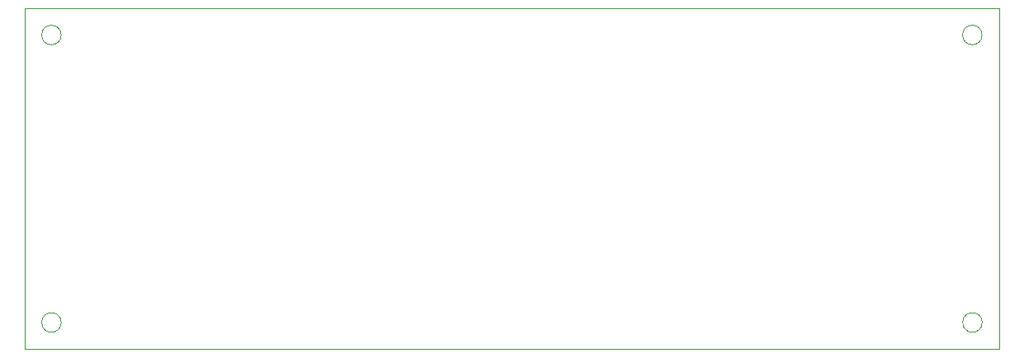
<source format=gbr>
%TF.GenerationSoftware,KiCad,Pcbnew,9.0.5*%
%TF.CreationDate,2025-12-22T18:40:51+01:00*%
%TF.ProjectId,Carte__lectronique,43617274-655f-4e96-9c65-6374726f6e69,rev?*%
%TF.SameCoordinates,Original*%
%TF.FileFunction,Profile,NP*%
%FSLAX46Y46*%
G04 Gerber Fmt 4.6, Leading zero omitted, Abs format (unit mm)*
G04 Created by KiCad (PCBNEW 9.0.5) date 2025-12-22 18:40:51*
%MOMM*%
%LPD*%
G01*
G04 APERTURE LIST*
%TA.AperFunction,Profile*%
%ADD10C,0.050000*%
%TD*%
G04 APERTURE END LIST*
D10*
X121884194Y-104269432D02*
G75*
G02*
X119884194Y-104269432I-1000000J0D01*
G01*
X119884194Y-104269432D02*
G75*
G02*
X121884194Y-104269432I1000000J0D01*
G01*
X27381200Y-74766800D02*
G75*
G02*
X25381200Y-74766800I-1000000J0D01*
G01*
X25381200Y-74766800D02*
G75*
G02*
X27381200Y-74766800I1000000J0D01*
G01*
X27381200Y-104269432D02*
G75*
G02*
X25381200Y-104269432I-1000000J0D01*
G01*
X25381200Y-104269432D02*
G75*
G02*
X27381200Y-104269432I1000000J0D01*
G01*
X23631200Y-72016800D02*
X123631200Y-72016800D01*
X123631200Y-107016800D01*
X23631200Y-107016800D01*
X23631200Y-72016800D01*
X121871200Y-74766800D02*
G75*
G02*
X119871200Y-74766800I-1000000J0D01*
G01*
X119871200Y-74766800D02*
G75*
G02*
X121871200Y-74766800I1000000J0D01*
G01*
M02*

</source>
